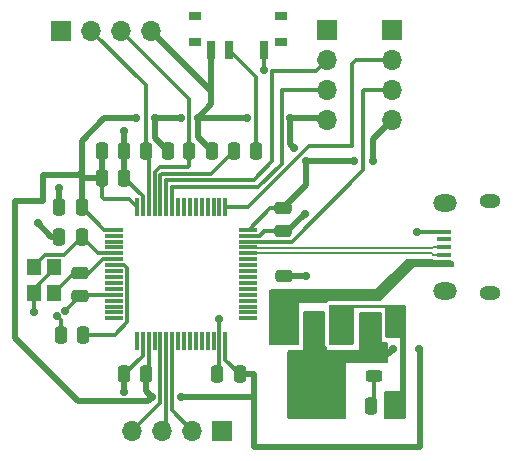
<source format=gbr>
%TF.GenerationSoftware,KiCad,Pcbnew,9.0.0*%
%TF.CreationDate,2025-04-21T09:04:46+10:00*%
%TF.ProjectId,SimplerFlight_v1,53696d70-6c65-4724-966c-696768745f76,rev?*%
%TF.SameCoordinates,Original*%
%TF.FileFunction,Copper,L1,Top*%
%TF.FilePolarity,Positive*%
%FSLAX46Y46*%
G04 Gerber Fmt 4.6, Leading zero omitted, Abs format (unit mm)*
G04 Created by KiCad (PCBNEW 9.0.0) date 2025-04-21 09:04:46*
%MOMM*%
%LPD*%
G01*
G04 APERTURE LIST*
G04 Aperture macros list*
%AMRoundRect*
0 Rectangle with rounded corners*
0 $1 Rounding radius*
0 $2 $3 $4 $5 $6 $7 $8 $9 X,Y pos of 4 corners*
0 Add a 4 corners polygon primitive as box body*
4,1,4,$2,$3,$4,$5,$6,$7,$8,$9,$2,$3,0*
0 Add four circle primitives for the rounded corners*
1,1,$1+$1,$2,$3*
1,1,$1+$1,$4,$5*
1,1,$1+$1,$6,$7*
1,1,$1+$1,$8,$9*
0 Add four rect primitives between the rounded corners*
20,1,$1+$1,$2,$3,$4,$5,0*
20,1,$1+$1,$4,$5,$6,$7,0*
20,1,$1+$1,$6,$7,$8,$9,0*
20,1,$1+$1,$8,$9,$2,$3,0*%
G04 Aperture macros list end*
%TA.AperFunction,SMDPad,CuDef*%
%ADD10RoundRect,0.250000X-0.475000X0.250000X-0.475000X-0.250000X0.475000X-0.250000X0.475000X0.250000X0*%
%TD*%
%TA.AperFunction,SMDPad,CuDef*%
%ADD11RoundRect,0.250000X-0.250000X-0.475000X0.250000X-0.475000X0.250000X0.475000X-0.250000X0.475000X0*%
%TD*%
%TA.AperFunction,SMDPad,CuDef*%
%ADD12RoundRect,0.075000X-0.700000X-0.075000X0.700000X-0.075000X0.700000X0.075000X-0.700000X0.075000X0*%
%TD*%
%TA.AperFunction,SMDPad,CuDef*%
%ADD13RoundRect,0.075000X-0.075000X-0.700000X0.075000X-0.700000X0.075000X0.700000X-0.075000X0.700000X0*%
%TD*%
%TA.AperFunction,SMDPad,CuDef*%
%ADD14RoundRect,0.375000X-0.375000X0.625000X-0.375000X-0.625000X0.375000X-0.625000X0.375000X0.625000X0*%
%TD*%
%TA.AperFunction,SMDPad,CuDef*%
%ADD15RoundRect,0.500000X-1.400000X0.500000X-1.400000X-0.500000X1.400000X-0.500000X1.400000X0.500000X0*%
%TD*%
%TA.AperFunction,SMDPad,CuDef*%
%ADD16RoundRect,0.250000X0.250000X0.475000X-0.250000X0.475000X-0.250000X-0.475000X0.250000X-0.475000X0*%
%TD*%
%TA.AperFunction,SMDPad,CuDef*%
%ADD17RoundRect,0.243750X0.456250X-0.243750X0.456250X0.243750X-0.456250X0.243750X-0.456250X-0.243750X0*%
%TD*%
%TA.AperFunction,ComponentPad*%
%ADD18R,1.700000X1.700000*%
%TD*%
%TA.AperFunction,ComponentPad*%
%ADD19O,1.700000X1.700000*%
%TD*%
%TA.AperFunction,SMDPad,CuDef*%
%ADD20R,1.300000X0.450000*%
%TD*%
%TA.AperFunction,HeatsinkPad*%
%ADD21O,1.800000X1.150000*%
%TD*%
%TA.AperFunction,HeatsinkPad*%
%ADD22O,2.000000X1.450000*%
%TD*%
%TA.AperFunction,SMDPad,CuDef*%
%ADD23R,1.000000X0.800000*%
%TD*%
%TA.AperFunction,SMDPad,CuDef*%
%ADD24R,0.700000X1.500000*%
%TD*%
%TA.AperFunction,SMDPad,CuDef*%
%ADD25RoundRect,0.250000X0.475000X-0.250000X0.475000X0.250000X-0.475000X0.250000X-0.475000X-0.250000X0*%
%TD*%
%TA.AperFunction,SMDPad,CuDef*%
%ADD26R,1.200000X1.400000*%
%TD*%
%TA.AperFunction,ViaPad*%
%ADD27C,0.700000*%
%TD*%
%TA.AperFunction,Conductor*%
%ADD28C,0.500000*%
%TD*%
%TA.AperFunction,Conductor*%
%ADD29C,0.300000*%
%TD*%
%TA.AperFunction,Conductor*%
%ADD30C,0.200000*%
%TD*%
G04 APERTURE END LIST*
D10*
%TO.P,C11,1*%
%TO.N,/RSS_OSC_OUT*%
X107450000Y-82200000D03*
%TO.P,C11,2*%
%TO.N,GND*%
X107450000Y-84100000D03*
%TD*%
D11*
%TO.P,C6,1*%
%TO.N,+3V3*%
X109300000Y-74100000D03*
%TO.P,C6,2*%
%TO.N,GND*%
X111200000Y-74100000D03*
%TD*%
%TO.P,C1,1*%
%TO.N,+3V3*%
X109300000Y-71850000D03*
%TO.P,C1,2*%
%TO.N,GND*%
X111200000Y-71850000D03*
%TD*%
D12*
%TO.P,U2,1,VBAT*%
%TO.N,+3V3*%
X110325000Y-78500000D03*
%TO.P,U2,2,PC13*%
%TO.N,unconnected-(U2-PC13-Pad2)*%
X110325000Y-79000000D03*
%TO.P,U2,3,PC14*%
%TO.N,unconnected-(U2-PC14-Pad3)*%
X110325000Y-79500000D03*
%TO.P,U2,4,PC15*%
%TO.N,unconnected-(U2-PC15-Pad4)*%
X110325000Y-80000000D03*
%TO.P,U2,5,PH0*%
%TO.N,/RCC_OSC_IN*%
X110325000Y-80500000D03*
%TO.P,U2,6,PH1*%
%TO.N,/RSS_OSC_OUT*%
X110325000Y-81000000D03*
%TO.P,U2,7,NRST*%
%TO.N,/NRST*%
X110325000Y-81500000D03*
%TO.P,U2,8,PC0*%
%TO.N,unconnected-(U2-PC0-Pad8)*%
X110325000Y-82000000D03*
%TO.P,U2,9,PC1*%
%TO.N,unconnected-(U2-PC1-Pad9)*%
X110325000Y-82500000D03*
%TO.P,U2,10,PC2*%
%TO.N,unconnected-(U2-PC2-Pad10)*%
X110325000Y-83000000D03*
%TO.P,U2,11,PC3*%
%TO.N,unconnected-(U2-PC3-Pad11)*%
X110325000Y-83500000D03*
%TO.P,U2,12,VSSA*%
%TO.N,GND*%
X110325000Y-84000000D03*
%TO.P,U2,13,VREF+*%
%TO.N,unconnected-(U2-VREF+-Pad13)*%
X110325000Y-84500000D03*
%TO.P,U2,14,PA0*%
%TO.N,unconnected-(U2-PA0-Pad14)*%
X110325000Y-85000000D03*
%TO.P,U2,15,PA1*%
%TO.N,unconnected-(U2-PA1-Pad15)*%
X110325000Y-85500000D03*
%TO.P,U2,16,PA2*%
%TO.N,unconnected-(U2-PA2-Pad16)*%
X110325000Y-86000000D03*
D13*
%TO.P,U2,17,PA3*%
%TO.N,unconnected-(U2-PA3-Pad17)*%
X112250000Y-87925000D03*
%TO.P,U2,18,VSS*%
%TO.N,GND*%
X112750000Y-87925000D03*
%TO.P,U2,19,VDD*%
%TO.N,+3V3*%
X113250000Y-87925000D03*
%TO.P,U2,20,PA4*%
%TO.N,unconnected-(U2-PA4-Pad20)*%
X113750000Y-87925000D03*
%TO.P,U2,21,PA5*%
%TO.N,/SPI1_SCK*%
X114250000Y-87925000D03*
%TO.P,U2,22,PA6*%
%TO.N,/SPI1_MISO*%
X114750000Y-87925000D03*
%TO.P,U2,23,PA7*%
%TO.N,/SPI1_MOSI*%
X115250000Y-87925000D03*
%TO.P,U2,24,PC4*%
%TO.N,unconnected-(U2-PC4-Pad24)*%
X115750000Y-87925000D03*
%TO.P,U2,25,PC5*%
%TO.N,unconnected-(U2-PC5-Pad25)*%
X116250000Y-87925000D03*
%TO.P,U2,26,PB0*%
%TO.N,unconnected-(U2-PB0-Pad26)*%
X116750000Y-87925000D03*
%TO.P,U2,27,PB1*%
%TO.N,unconnected-(U2-PB1-Pad27)*%
X117250000Y-87925000D03*
%TO.P,U2,28,PB2*%
%TO.N,unconnected-(U2-PB2-Pad28)*%
X117750000Y-87925000D03*
%TO.P,U2,29,PB10*%
%TO.N,unconnected-(U2-PB10-Pad29)*%
X118250000Y-87925000D03*
%TO.P,U2,30,VCAP1*%
%TO.N,unconnected-(U2-VCAP1-Pad30)*%
X118750000Y-87925000D03*
%TO.P,U2,31,VSS*%
%TO.N,GND*%
X119250000Y-87925000D03*
%TO.P,U2,32,VDD*%
%TO.N,+3V3*%
X119750000Y-87925000D03*
D12*
%TO.P,U2,33,PB12*%
%TO.N,unconnected-(U2-PB12-Pad33)*%
X121675000Y-86000000D03*
%TO.P,U2,34,PB13*%
%TO.N,unconnected-(U2-PB13-Pad34)*%
X121675000Y-85500000D03*
%TO.P,U2,35,PB14*%
%TO.N,unconnected-(U2-PB14-Pad35)*%
X121675000Y-85000000D03*
%TO.P,U2,36,PB15*%
%TO.N,unconnected-(U2-PB15-Pad36)*%
X121675000Y-84500000D03*
%TO.P,U2,37,PC6*%
%TO.N,unconnected-(U2-PC6-Pad37)*%
X121675000Y-84000000D03*
%TO.P,U2,38,PC7*%
%TO.N,unconnected-(U2-PC7-Pad38)*%
X121675000Y-83500000D03*
%TO.P,U2,39,PC8*%
%TO.N,unconnected-(U2-PC8-Pad39)*%
X121675000Y-83000000D03*
%TO.P,U2,40,PC9*%
%TO.N,unconnected-(U2-PC9-Pad40)*%
X121675000Y-82500000D03*
%TO.P,U2,41,PA8*%
%TO.N,unconnected-(U2-PA8-Pad41)*%
X121675000Y-82000000D03*
%TO.P,U2,42,PA9*%
%TO.N,unconnected-(U2-PA9-Pad42)*%
X121675000Y-81500000D03*
%TO.P,U2,43,PA10*%
%TO.N,unconnected-(U2-PA10-Pad43)*%
X121675000Y-81000000D03*
%TO.P,U2,44,PA11*%
%TO.N,/USB_OTG_FS_D-*%
X121675000Y-80500000D03*
%TO.P,U2,45,PA12*%
%TO.N,/USB_OTG_FS_D+*%
X121675000Y-80000000D03*
%TO.P,U2,46,PA13*%
%TO.N,/SYS_JTMS-SWDIO*%
X121675000Y-79500000D03*
%TO.P,U2,47,VSS*%
%TO.N,GND*%
X121675000Y-79000000D03*
%TO.P,U2,48,VDD*%
%TO.N,+3V3*%
X121675000Y-78500000D03*
D13*
%TO.P,U2,49,PA14*%
%TO.N,/SYS_JTCK-SWCLK*%
X119750000Y-76575000D03*
%TO.P,U2,50,PA15*%
%TO.N,unconnected-(U2-PA15-Pad50)*%
X119250000Y-76575000D03*
%TO.P,U2,51,PC10*%
%TO.N,unconnected-(U2-PC10-Pad51)*%
X118750000Y-76575000D03*
%TO.P,U2,52,PC11*%
%TO.N,unconnected-(U2-PC11-Pad52)*%
X118250000Y-76575000D03*
%TO.P,U2,53,PC12*%
%TO.N,unconnected-(U2-PC12-Pad53)*%
X117750000Y-76575000D03*
%TO.P,U2,54,PD2*%
%TO.N,unconnected-(U2-PD2-Pad54)*%
X117250000Y-76575000D03*
%TO.P,U2,55,PB3*%
%TO.N,unconnected-(U2-PB3-Pad55)*%
X116750000Y-76575000D03*
%TO.P,U2,56,PB4*%
%TO.N,unconnected-(U2-PB4-Pad56)*%
X116250000Y-76575000D03*
%TO.P,U2,57,PB5*%
%TO.N,unconnected-(U2-PB5-Pad57)*%
X115750000Y-76575000D03*
%TO.P,U2,58,PB6*%
%TO.N,/USART1_TX*%
X115250000Y-76575000D03*
%TO.P,U2,59,PB7*%
%TO.N,/USART1_RX*%
X114750000Y-76575000D03*
%TO.P,U2,60,BOOT0*%
%TO.N,/BOOT0*%
X114250000Y-76575000D03*
%TO.P,U2,61,PB8*%
%TO.N,/12C1_SCL*%
X113750000Y-76575000D03*
%TO.P,U2,62,PB9*%
%TO.N,/12C1_SDA*%
X113250000Y-76575000D03*
%TO.P,U2,63,VSS*%
%TO.N,GND*%
X112750000Y-76575000D03*
%TO.P,U2,64,VDD*%
%TO.N,+3V3*%
X112250000Y-76575000D03*
%TD*%
D14*
%TO.P,U1,1,GND*%
%TO.N,GND*%
X129600000Y-87050000D03*
%TO.P,U1,2,VO*%
%TO.N,+3V3*%
X127300000Y-87050000D03*
D15*
X127300000Y-93350000D03*
D14*
%TO.P,U1,3,VI*%
%TO.N,VBUS*%
X125000000Y-87050000D03*
%TD*%
D16*
%TO.P,R3,1*%
%TO.N,+3V3*%
X114900000Y-71850000D03*
%TO.P,R3,2*%
%TO.N,/12C1_SDA*%
X113000000Y-71850000D03*
%TD*%
%TO.P,C5,1*%
%TO.N,+3V3*%
X107600000Y-76600000D03*
%TO.P,C5,2*%
%TO.N,GND*%
X105700000Y-76600000D03*
%TD*%
D17*
%TO.P,D1,1,K*%
%TO.N,/PWR_LED_K*%
X132300000Y-90887500D03*
%TO.P,D1,2,A*%
%TO.N,+3V3*%
X132300000Y-89012500D03*
%TD*%
D11*
%TO.P,C8,1*%
%TO.N,+3V3*%
X132100000Y-86800000D03*
%TO.P,C8,2*%
%TO.N,GND*%
X134000000Y-86800000D03*
%TD*%
D18*
%TO.P,J4,1,Pin_1*%
%TO.N,GND*%
X105830000Y-61650000D03*
D19*
%TO.P,J4,2,Pin_2*%
%TO.N,/12C1_SDA*%
X108370000Y-61650000D03*
%TO.P,J4,3,Pin_3*%
%TO.N,/12C1_SCL*%
X110910000Y-61650000D03*
%TO.P,J4,4,Pin_4*%
%TO.N,+3V3*%
X113450000Y-61650000D03*
%TD*%
D10*
%TO.P,C2,1*%
%TO.N,+3V3*%
X124600000Y-76700000D03*
%TO.P,C2,2*%
%TO.N,GND*%
X124600000Y-78600000D03*
%TD*%
D16*
%TO.P,C3,1*%
%TO.N,+3V3*%
X113050000Y-90750000D03*
%TO.P,C3,2*%
%TO.N,GND*%
X111150000Y-90750000D03*
%TD*%
D18*
%TO.P,J3,1,Pin_1*%
%TO.N,GND*%
X128350000Y-61560000D03*
D19*
%TO.P,J3,2,Pin_2*%
%TO.N,/USART1_RX*%
X128350000Y-64100000D03*
%TO.P,J3,3,Pin_3*%
%TO.N,/USART1_TX*%
X128350000Y-66640000D03*
%TO.P,J3,4,Pin_4*%
%TO.N,+3V3*%
X128350000Y-69180000D03*
%TD*%
D16*
%TO.P,C4,1*%
%TO.N,+3V3*%
X120950000Y-90750000D03*
%TO.P,C4,2*%
%TO.N,GND*%
X119050000Y-90750000D03*
%TD*%
%TO.P,R4,1*%
%TO.N,+3V3*%
X118600000Y-71850000D03*
%TO.P,R4,2*%
%TO.N,/12C1_SCL*%
X116700000Y-71850000D03*
%TD*%
D18*
%TO.P,J2,1,Pin_1*%
%TO.N,GND*%
X133850000Y-61580000D03*
D19*
%TO.P,J2,2,Pin_2*%
%TO.N,/SYS_JTCK-SWCLK*%
X133850000Y-64120000D03*
%TO.P,J2,3,Pin_3*%
%TO.N,/SYS_JTMS-SWDIO*%
X133850000Y-66660000D03*
%TO.P,J2,4,Pin_4*%
%TO.N,+3V3*%
X133850000Y-69200000D03*
%TD*%
D16*
%TO.P,C9,1*%
%TO.N,/NRST*%
X107700000Y-87400000D03*
%TO.P,C9,2*%
%TO.N,GND*%
X105800000Y-87400000D03*
%TD*%
D20*
%TO.P,J1,1,VBUS*%
%TO.N,VBUS*%
X138295000Y-81250000D03*
%TO.P,J1,2,D-*%
%TO.N,/USB_OTG_FS_D-*%
X138295000Y-80600000D03*
%TO.P,J1,3,D+*%
%TO.N,/USB_OTG_FS_D+*%
X138295000Y-79950000D03*
%TO.P,J1,4,ID*%
%TO.N,unconnected-(J1-ID-Pad4)*%
X138295000Y-79300000D03*
%TO.P,J1,5,GND*%
%TO.N,GND*%
X138295000Y-78650000D03*
D21*
%TO.P,J1,6,Shield*%
%TO.N,unconnected-(J1-Shield-Pad6)*%
X142145000Y-83825000D03*
D22*
X138345000Y-83675000D03*
%TO.N,N/C*%
X138345000Y-76225000D03*
D21*
%TO.N,unconnected-(J1-Shield-Pad6)*%
X142145000Y-76075000D03*
%TD*%
D23*
%TO.P,SW1,*%
%TO.N,*%
X124450000Y-62610000D03*
X124450000Y-60400000D03*
X117150000Y-62610000D03*
X117150000Y-60400000D03*
D24*
%TO.P,SW1,1,A*%
%TO.N,GND*%
X123050000Y-63260000D03*
%TO.P,SW1,2,B*%
%TO.N,/SW_BOOT0*%
X120050000Y-63260000D03*
%TO.P,SW1,3,C*%
%TO.N,+3V3*%
X118550000Y-63260000D03*
%TD*%
D25*
%TO.P,C7,1*%
%TO.N,VBUS*%
X124700000Y-84300000D03*
%TO.P,C7,2*%
%TO.N,GND*%
X124700000Y-82400000D03*
%TD*%
D16*
%TO.P,C10,1*%
%TO.N,/RCC_OSC_IN*%
X107600000Y-79125000D03*
%TO.P,C10,2*%
%TO.N,GND*%
X105700000Y-79125000D03*
%TD*%
%TO.P,R2,1*%
%TO.N,/SW_BOOT0*%
X122350000Y-71800000D03*
%TO.P,R2,2*%
%TO.N,/BOOT0*%
X120450000Y-71800000D03*
%TD*%
D26*
%TO.P,Y1,1,1*%
%TO.N,/RCC_OSC_IN*%
X103550000Y-81650000D03*
%TO.P,Y1,2,2*%
%TO.N,GND*%
X103550000Y-83850000D03*
%TO.P,Y1,3,3*%
%TO.N,/RSS_OSC_OUT*%
X105250000Y-83850000D03*
%TO.P,Y1,4,4*%
%TO.N,GND*%
X105250000Y-81650000D03*
%TD*%
D11*
%TO.P,R1,1*%
%TO.N,/PWR_LED_K*%
X132100000Y-93450000D03*
%TO.P,R1,2*%
%TO.N,GND*%
X134000000Y-93450000D03*
%TD*%
D18*
%TO.P,J5,1,Pin_1*%
%TO.N,GND*%
X119500000Y-95500000D03*
D19*
%TO.P,J5,2,Pin_2*%
%TO.N,/SPI1_MOSI*%
X116960000Y-95500000D03*
%TO.P,J5,3,Pin_3*%
%TO.N,/SPI1_MISO*%
X114420000Y-95500000D03*
%TO.P,J5,4,Pin_4*%
%TO.N,/SPI1_SCK*%
X111880000Y-95500000D03*
%TD*%
D27*
%TO.N,+3V3*%
X125200000Y-69000000D03*
X121550000Y-69000000D03*
X136150000Y-88600000D03*
X113550000Y-92650000D03*
X117400000Y-69000000D03*
X126594975Y-72644975D03*
X112200000Y-69000000D03*
X115950000Y-69000000D03*
X130650000Y-72650000D03*
X132250000Y-72650000D03*
X133900000Y-88600000D03*
X125600000Y-71600000D03*
X116000000Y-92650000D03*
X113750000Y-69000000D03*
%TO.N,GND*%
X111150000Y-92200000D03*
X105700000Y-74950000D03*
X136000000Y-78650000D03*
X126450000Y-77150000D03*
X123008139Y-64943560D03*
X126600000Y-82400000D03*
X129600000Y-85250000D03*
X103850000Y-77950000D03*
X133950000Y-85300000D03*
X105500000Y-85800000D03*
X103550000Y-85450000D03*
X106200000Y-85350000D03*
X111200000Y-70100000D03*
X119250000Y-86050000D03*
%TD*%
D28*
%TO.N,+3V3*%
X113750000Y-70700000D02*
X114900000Y-71850000D01*
D29*
X121750000Y-78500000D02*
X123550000Y-76700000D01*
D28*
X122150000Y-92650000D02*
X116000000Y-92650000D01*
X107300000Y-73850000D02*
X107350000Y-73800000D01*
X109300000Y-74100000D02*
X109300000Y-71850000D01*
D29*
X111575000Y-75900000D02*
X109500000Y-75900000D01*
D28*
X118550000Y-66750000D02*
X113450000Y-61650000D01*
X136200000Y-88650000D02*
X136200000Y-96900000D01*
X104250000Y-76050000D02*
X104300000Y-76100000D01*
D29*
X113250000Y-87925000D02*
X113250000Y-90550000D01*
D28*
X107600000Y-74050000D02*
X107600000Y-76600000D01*
D29*
X113100000Y-90800000D02*
X113150000Y-90750000D01*
D28*
X126594975Y-72644975D02*
X130644975Y-72644975D01*
D29*
X112250000Y-76575000D02*
X112250000Y-76650000D01*
D28*
X113750000Y-69000000D02*
X115950000Y-69000000D01*
X109550000Y-69000000D02*
X112200000Y-69000000D01*
D29*
X132100000Y-86800000D02*
X132100000Y-88812500D01*
D28*
X136200000Y-96900000D02*
X122150000Y-96900000D01*
D29*
X110325000Y-78500000D02*
X109500000Y-78500000D01*
D28*
X122150000Y-96900000D02*
X122150000Y-92650000D01*
X109500000Y-69050000D02*
X109550000Y-69000000D01*
X132250000Y-70800000D02*
X133850000Y-69200000D01*
D29*
X113050000Y-90800000D02*
X113100000Y-90800000D01*
D28*
X107250000Y-93000000D02*
X101950000Y-87700000D01*
X126594975Y-72644975D02*
X126594975Y-74705025D01*
X128170000Y-69000000D02*
X128350000Y-69180000D01*
X107600000Y-74050000D02*
X107600000Y-70950000D01*
X113200000Y-93000000D02*
X107250000Y-93000000D01*
D29*
X113250000Y-90550000D02*
X113050000Y-90750000D01*
D28*
X122150000Y-92650000D02*
X122150000Y-90750000D01*
D29*
X109500000Y-78500000D02*
X107600000Y-76600000D01*
X119750000Y-87925000D02*
X119750000Y-89550000D01*
D28*
X125200000Y-69000000D02*
X125200000Y-71200000D01*
X117400000Y-70650000D02*
X118600000Y-71850000D01*
X133487500Y-89012500D02*
X133900000Y-88600000D01*
D29*
X113150000Y-90750000D02*
X112750000Y-90350000D01*
X109500000Y-75900000D02*
X109300000Y-75700000D01*
D28*
X132300000Y-89012500D02*
X133487500Y-89012500D01*
X117400000Y-69000000D02*
X118550000Y-67850000D01*
X107600000Y-74050000D02*
X107650000Y-74100000D01*
X118550000Y-67850000D02*
X118550000Y-63260000D01*
X104300000Y-76100000D02*
X104300000Y-73850000D01*
X122150000Y-90750000D02*
X120950000Y-90750000D01*
D29*
X112250000Y-76575000D02*
X111575000Y-75900000D01*
D28*
X117400000Y-69000000D02*
X117400000Y-70650000D01*
X113550000Y-92650000D02*
X113200000Y-93000000D01*
X125200000Y-71200000D02*
X125600000Y-71600000D01*
X117400000Y-69000000D02*
X121550000Y-69000000D01*
X126594975Y-74705025D02*
X124600000Y-76700000D01*
X113050000Y-92150000D02*
X113050000Y-90750000D01*
X130644975Y-72644975D02*
X130650000Y-72650000D01*
X125200000Y-69000000D02*
X128170000Y-69000000D01*
D29*
X132100000Y-88812500D02*
X132300000Y-89012500D01*
X119750000Y-89550000D02*
X120950000Y-90750000D01*
D28*
X107350000Y-73800000D02*
X107600000Y-74050000D01*
X113550000Y-92650000D02*
X113050000Y-92150000D01*
X101950000Y-76050000D02*
X104250000Y-76050000D01*
D29*
X112250000Y-76575000D02*
X112250000Y-76550000D01*
X121675000Y-78500000D02*
X121750000Y-78500000D01*
D28*
X107600000Y-70950000D02*
X109500000Y-69050000D01*
X101950000Y-87700000D02*
X101950000Y-76050000D01*
X107650000Y-74100000D02*
X109300000Y-74100000D01*
D29*
X123550000Y-76700000D02*
X124600000Y-76700000D01*
D28*
X136150000Y-88600000D02*
X136200000Y-88650000D01*
X113750000Y-69000000D02*
X113750000Y-70700000D01*
X118550000Y-67850000D02*
X118550000Y-66750000D01*
X104300000Y-73850000D02*
X107300000Y-73850000D01*
D29*
X109300000Y-75700000D02*
X109300000Y-74100000D01*
D28*
X132250000Y-72650000D02*
X132250000Y-70800000D01*
D29*
%TO.N,GND*%
X123050000Y-64901699D02*
X123008139Y-64943560D01*
X103550000Y-83548000D02*
X103550000Y-83850000D01*
D28*
X129600000Y-87050000D02*
X129600000Y-85250000D01*
D29*
X107450000Y-84100000D02*
X106200000Y-85350000D01*
D28*
X134000000Y-85350000D02*
X133950000Y-85300000D01*
D29*
X110325000Y-84000000D02*
X107550000Y-84000000D01*
X105250000Y-81848000D02*
X103550000Y-83548000D01*
D28*
X124600000Y-78600000D02*
X125000000Y-78600000D01*
D29*
X122650000Y-79000000D02*
X123050000Y-78600000D01*
X112750000Y-89150000D02*
X111150000Y-90750000D01*
X138295000Y-78650000D02*
X136000000Y-78650000D01*
D28*
X125000000Y-78600000D02*
X126450000Y-77150000D01*
D29*
X103550000Y-83850000D02*
X103550000Y-85450000D01*
X119250000Y-90550000D02*
X119050000Y-90750000D01*
X123050000Y-78600000D02*
X124600000Y-78600000D01*
X112750000Y-76575000D02*
X112750000Y-75650000D01*
D28*
X105700000Y-79125000D02*
X105025000Y-79125000D01*
D29*
X105800000Y-86100000D02*
X105500000Y-85800000D01*
X105250000Y-81650000D02*
X105250000Y-81848000D01*
X121675000Y-79000000D02*
X122650000Y-79000000D01*
X119250000Y-87925000D02*
X119250000Y-90550000D01*
D28*
X111200000Y-74100000D02*
X111200000Y-71850000D01*
D29*
X105800000Y-87400000D02*
X105800000Y-86100000D01*
X123050000Y-63260000D02*
X123050000Y-64901699D01*
D28*
X105025000Y-79125000D02*
X103850000Y-77950000D01*
X105700000Y-76600000D02*
X105700000Y-74950000D01*
D29*
X112750000Y-87925000D02*
X112750000Y-89150000D01*
X112750000Y-75650000D02*
X111200000Y-74100000D01*
X119250000Y-87925000D02*
X119250000Y-86050000D01*
D28*
X111200000Y-71850000D02*
X111200000Y-70100000D01*
X111150000Y-90750000D02*
X111150000Y-92200000D01*
X124700000Y-82400000D02*
X126600000Y-82400000D01*
X134000000Y-86800000D02*
X134000000Y-85350000D01*
D29*
X107550000Y-84000000D02*
X107450000Y-84100000D01*
D28*
%TO.N,VBUS*%
X132500000Y-84300000D02*
X135524000Y-81276000D01*
X125000000Y-84600000D02*
X124700000Y-84300000D01*
X135524000Y-81276000D02*
X138295000Y-81276000D01*
X125000000Y-87050000D02*
X125000000Y-84600000D01*
X124700000Y-84300000D02*
X132500000Y-84300000D01*
D29*
%TO.N,/NRST*%
X111451000Y-81746466D02*
X111204534Y-81500000D01*
X111451000Y-86349000D02*
X111451000Y-81746466D01*
X111204534Y-81500000D02*
X110325000Y-81500000D01*
X107700000Y-87400000D02*
X110400000Y-87400000D01*
X110400000Y-87400000D02*
X111451000Y-86349000D01*
%TO.N,/RCC_OSC_IN*%
X103550000Y-81550000D02*
X103550000Y-81650000D01*
X110325000Y-80500000D02*
X108975000Y-80500000D01*
X108975000Y-80500000D02*
X107600000Y-79125000D01*
X104501000Y-80599000D02*
X103550000Y-81550000D01*
X106126000Y-80599000D02*
X104501000Y-80599000D01*
X107600000Y-79125000D02*
X106126000Y-80599000D01*
%TO.N,/RSS_OSC_OUT*%
X107450000Y-82200000D02*
X106900000Y-82200000D01*
X109400000Y-81000000D02*
X108200000Y-82200000D01*
X110325000Y-81000000D02*
X109400000Y-81000000D01*
X106900000Y-82200000D02*
X105250000Y-83850000D01*
X108200000Y-82200000D02*
X107450000Y-82200000D01*
%TO.N,/PWR_LED_K*%
X132300000Y-90887500D02*
X132300000Y-93250000D01*
X132300000Y-93250000D02*
X132100000Y-93450000D01*
D30*
%TO.N,/USB_OTG_FS_D-*%
X137319999Y-80600000D02*
X138295000Y-80600000D01*
X121675000Y-80500000D02*
X137219999Y-80500000D01*
X137219999Y-80500000D02*
X137319999Y-80600000D01*
%TO.N,/USB_OTG_FS_D+*%
X121675000Y-80000000D02*
X121725000Y-80050000D01*
X121725000Y-80050000D02*
X137219999Y-80050000D01*
X137319999Y-79950000D02*
X138295000Y-79950000D01*
X137219999Y-80050000D02*
X137319999Y-79950000D01*
D29*
%TO.N,/SYS_JTCK-SWCLK*%
X130830000Y-64120000D02*
X133850000Y-64120000D01*
X130500000Y-71400000D02*
X130500000Y-64450000D01*
X130500000Y-64450000D02*
X130830000Y-64120000D01*
X121675000Y-76575000D02*
X126850000Y-71400000D01*
X119750000Y-76575000D02*
X121675000Y-76575000D01*
X126850000Y-71400000D02*
X130500000Y-71400000D01*
%TO.N,/SYS_JTMS-SWDIO*%
X131490000Y-66660000D02*
X133850000Y-66660000D01*
X131400000Y-73450000D02*
X131400000Y-66750000D01*
X125350000Y-79500000D02*
X131400000Y-73450000D01*
X121675000Y-79500000D02*
X125350000Y-79500000D01*
X131400000Y-66750000D02*
X131490000Y-66660000D01*
%TO.N,/USART1_TX*%
X115250000Y-76575000D02*
X115250000Y-74900000D01*
X124500000Y-72900000D02*
X124500000Y-66650000D01*
X115250000Y-74900000D02*
X122500000Y-74900000D01*
X124510000Y-66640000D02*
X128350000Y-66640000D01*
X124500000Y-66650000D02*
X124510000Y-66640000D01*
X122500000Y-74900000D02*
X124500000Y-72900000D01*
%TO.N,/USART1_RX*%
X123700000Y-65050000D02*
X127400000Y-65050000D01*
X122149000Y-74251000D02*
X123700000Y-72700000D01*
X114750000Y-76575000D02*
X114750000Y-74251000D01*
X127400000Y-65050000D02*
X128350000Y-64100000D01*
X123700000Y-72700000D02*
X123700000Y-65050000D01*
X114750000Y-74251000D02*
X122149000Y-74251000D01*
%TO.N,/12C1_SDA*%
X108370000Y-61650000D02*
X113000000Y-66280000D01*
X113000000Y-66280000D02*
X113000000Y-71850000D01*
X113250000Y-72100000D02*
X113000000Y-71850000D01*
X113250000Y-76575000D02*
X113250000Y-72100000D01*
%TO.N,/12C1_SCL*%
X110910000Y-61650000D02*
X116700000Y-67440000D01*
X113750000Y-73650000D02*
X114200000Y-73200000D01*
X113750000Y-76575000D02*
X113750000Y-73650000D01*
X116700000Y-73100000D02*
X116700000Y-71850000D01*
X116600000Y-73200000D02*
X116700000Y-73100000D01*
X114200000Y-73200000D02*
X116600000Y-73200000D01*
X116700000Y-67440000D02*
X116700000Y-71850000D01*
%TO.N,/SPI1_SCK*%
X114250000Y-87925000D02*
X114250000Y-93130000D01*
X114250000Y-93130000D02*
X111880000Y-95500000D01*
%TO.N,/SPI1_MISO*%
X114750000Y-95170000D02*
X114420000Y-95500000D01*
X114750000Y-87925000D02*
X114750000Y-95170000D01*
%TO.N,/SPI1_MOSI*%
X115250000Y-87925000D02*
X115250000Y-93790000D01*
X115250000Y-93790000D02*
X116960000Y-95500000D01*
%TO.N,/BOOT0*%
X114250000Y-76575000D02*
X114250000Y-73900000D01*
X114400000Y-73750000D02*
X118500000Y-73750000D01*
X114250000Y-73900000D02*
X114400000Y-73750000D01*
X118500000Y-73750000D02*
X120450000Y-71800000D01*
%TO.N,/SW_BOOT0*%
X122350000Y-71800000D02*
X122350000Y-65560000D01*
X122350000Y-65560000D02*
X120050000Y-63260000D01*
%TD*%
%TA.AperFunction,Conductor*%
%TO.N,VBUS*%
G36*
X137153990Y-80966612D02*
G01*
X137165412Y-80973207D01*
X137267272Y-81000500D01*
X137344167Y-81000500D01*
X137411206Y-81020185D01*
X137431848Y-81036819D01*
X137472235Y-81077206D01*
X137575009Y-81122585D01*
X137600135Y-81125500D01*
X138976000Y-81125499D01*
X139043039Y-81145184D01*
X139088794Y-81197987D01*
X139100000Y-81249499D01*
X139100000Y-81526000D01*
X139080315Y-81593039D01*
X139027511Y-81638794D01*
X138976000Y-81650000D01*
X135749999Y-81650000D01*
X132891819Y-84508181D01*
X132865001Y-84522824D01*
X132839324Y-84539403D01*
X132832949Y-84540326D01*
X132830496Y-84541666D01*
X132804400Y-84544500D01*
X132584399Y-84544500D01*
X132569247Y-84544995D01*
X132567348Y-84545000D01*
X132567334Y-84544995D01*
X132567086Y-84545000D01*
X128624000Y-84545000D01*
X128623991Y-84545000D01*
X128623990Y-84545001D01*
X128559064Y-84551981D01*
X128559052Y-84551983D01*
X128507546Y-84563188D01*
X128469345Y-84574144D01*
X128469341Y-84574146D01*
X128372431Y-84630823D01*
X128372422Y-84630829D01*
X128327549Y-84669713D01*
X128263993Y-84698738D01*
X128246347Y-84700000D01*
X126000000Y-84700000D01*
X126000000Y-88126000D01*
X125980315Y-88193039D01*
X125927511Y-88238794D01*
X125876000Y-88250000D01*
X123574000Y-88250000D01*
X123506961Y-88230315D01*
X123461206Y-88177511D01*
X123450000Y-88126000D01*
X123450000Y-83674000D01*
X123469685Y-83606961D01*
X123522489Y-83561206D01*
X123574000Y-83550000D01*
X132399999Y-83550000D01*
X132400000Y-83550000D01*
X135164317Y-80983133D01*
X135226838Y-80951941D01*
X135248693Y-80950000D01*
X137091991Y-80950000D01*
X137153990Y-80966612D01*
G37*
%TD.AperFunction*%
%TD*%
%TA.AperFunction,Conductor*%
%TO.N,+3V3*%
G36*
X128137539Y-85369685D02*
G01*
X128183294Y-85422489D01*
X128194500Y-85474000D01*
X128194500Y-88126000D01*
X128194501Y-88126009D01*
X128201481Y-88190935D01*
X128201483Y-88190947D01*
X128212688Y-88242453D01*
X128223644Y-88280654D01*
X128223646Y-88280658D01*
X128280325Y-88377571D01*
X128319714Y-88423028D01*
X128348738Y-88486581D01*
X128350000Y-88504229D01*
X128350000Y-88650000D01*
X131100000Y-88650000D01*
X131100000Y-85574000D01*
X131119685Y-85506961D01*
X131172489Y-85461206D01*
X131224000Y-85450000D01*
X132870500Y-85450000D01*
X132937539Y-85469685D01*
X132983294Y-85522489D01*
X132994500Y-85574000D01*
X132994500Y-87526007D01*
X132999289Y-87570541D01*
X133000000Y-87583797D01*
X133000000Y-88000000D01*
X133376000Y-88000000D01*
X133443039Y-88019685D01*
X133488794Y-88072489D01*
X133500000Y-88124000D01*
X133500000Y-89676000D01*
X133480315Y-89743039D01*
X133427511Y-89788794D01*
X133376000Y-89800000D01*
X130000000Y-89800000D01*
X130000000Y-94426000D01*
X129980315Y-94493039D01*
X129927511Y-94538794D01*
X129876000Y-94550000D01*
X125124000Y-94550000D01*
X125056961Y-94530315D01*
X125011206Y-94477511D01*
X125000000Y-94426000D01*
X125000000Y-88824000D01*
X125019685Y-88756961D01*
X125072489Y-88711206D01*
X125124000Y-88700000D01*
X126350000Y-88700000D01*
X126350000Y-85474000D01*
X126369685Y-85406961D01*
X126422489Y-85361206D01*
X126474000Y-85350000D01*
X128070500Y-85350000D01*
X128137539Y-85369685D01*
G37*
%TD.AperFunction*%
%TD*%
%TA.AperFunction,Conductor*%
%TO.N,GND*%
G36*
X134943039Y-84869685D02*
G01*
X134988794Y-84922489D01*
X135000000Y-84974000D01*
X135000000Y-94376000D01*
X134980315Y-94443039D01*
X134927511Y-94488794D01*
X134876000Y-94500000D01*
X133274000Y-94500000D01*
X133206961Y-94480315D01*
X133161206Y-94427511D01*
X133150000Y-94376000D01*
X133150000Y-92274000D01*
X133169685Y-92206961D01*
X133222489Y-92161206D01*
X133274000Y-92150000D01*
X134500000Y-92150000D01*
X134500000Y-88875973D01*
X134509439Y-88828520D01*
X134525501Y-88789744D01*
X134550500Y-88664069D01*
X134550500Y-88535931D01*
X134550500Y-88535928D01*
X134525502Y-88410261D01*
X134525501Y-88410260D01*
X134525501Y-88410256D01*
X134509438Y-88371476D01*
X134500000Y-88324025D01*
X134500000Y-87650000D01*
X133424000Y-87650000D01*
X133356961Y-87630315D01*
X133311206Y-87577511D01*
X133300000Y-87526000D01*
X133300000Y-85100000D01*
X130600000Y-85100000D01*
X130600000Y-88126000D01*
X130580315Y-88193039D01*
X130527511Y-88238794D01*
X130476000Y-88250000D01*
X128624000Y-88250000D01*
X128556961Y-88230315D01*
X128511206Y-88177511D01*
X128500000Y-88126000D01*
X128500000Y-84974500D01*
X128519685Y-84907461D01*
X128572489Y-84861706D01*
X128624000Y-84850500D01*
X132576770Y-84850500D01*
X132584399Y-84850000D01*
X134876000Y-84850000D01*
X134943039Y-84869685D01*
G37*
%TD.AperFunction*%
%TD*%
M02*

</source>
